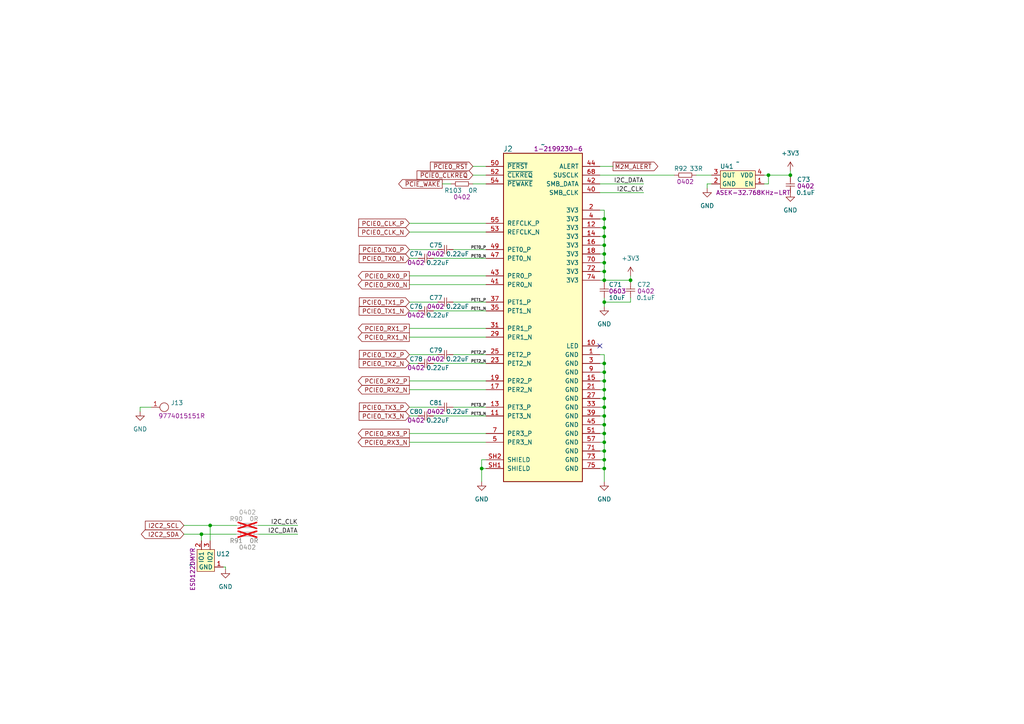
<source format=kicad_sch>
(kicad_sch (version 20230121) (generator eeschema)
  (paper "A4")
  (lib_symbols
    (symbol "antmicro_orin_baseboard:1-2199230-6" (pin_names (offset 1.016))
      (property "Reference" "J301" (at 0 72.39 0))
      (property "Value" "1-2199230-6" (at 0 68.58 0))
      (symbol "1-2199230-6_0_1"
        (rectangle (start -11.43 66.04) (end 11.43 -29.21) (stroke (width 0.254)) (fill (type background)))
        (pin passive line (at 16.51 7.62 180) (length 5.08) (name "GND") (number "1"))
        (pin passive line (at 16.51 10.16 180) (length 5.08) (name "LED") (number "10"))
        (pin passive line (at -16.51 -10.16 0) (length 5.08) (name "PET3_N") (number "11"))
        (pin passive line (at 16.51 44.45 180) (length 5.08) (name "3V3") (number "12"))
        (pin passive line (at -16.51 -7.62 0) (length 5.08) (name "PET3_P") (number "13"))
        (pin passive line (at 16.51 41.91 180) (length 5.08) (name "3V3") (number "14"))
        (pin passive line (at 16.51 0 180) (length 5.08) (name "GND") (number "15"))
        (pin passive line (at 16.51 39.37 180) (length 5.08) (name "3V3") (number "16"))
        (pin passive line (at -16.51 -2.54 0) (length 5.08) (name "PER2_N") (number "17"))
        (pin passive line (at 16.51 36.83 180) (length 5.08) (name "3V3") (number "18"))
        (pin passive line (at -16.51 0 0) (length 5.08) (name "PER2_P") (number "19"))
        (pin passive line (at 16.51 49.53 180) (length 5.08) (name "3V3") (number "2"))
        (pin no_connect line (at -11.43 50.8 0) (length 5.08) hide (name "NC") (number "20"))
        (pin passive line (at 16.51 -2.54 180) (length 5.08) (name "GND") (number "21"))
        (pin no_connect line (at -11.43 49.53 0) (length 5.08) hide (name "NC") (number "22"))
        (pin passive line (at -16.51 5.08 0) (length 5.08) (name "PET2_N") (number "23"))
        (pin no_connect line (at -11.43 52.07 0) (length 5.08) hide (name "NC") (number "24"))
        (pin passive line (at -16.51 7.62 0) (length 5.08) (name "PET2_P") (number "25"))
        (pin no_connect line (at 11.43 16.51 180) (length 5.08) hide (name "NC") (number "26"))
        (pin passive line (at 16.51 -5.08 180) (length 5.08) (name "GND") (number "27"))
        (pin no_connect line (at 11.43 17.78 180) (length 5.08) hide (name "NC") (number "28"))
        (pin passive line (at -16.51 12.7 0) (length 5.08) (name "PER1_N") (number "29"))
        (pin passive line (at 16.51 5.08 180) (length 5.08) (name "GND") (number "3"))
        (pin no_connect line (at 11.43 19.05 180) (length 5.08) hide (name "NC") (number "30"))
        (pin passive line (at -16.51 15.24 0) (length 5.08) (name "PER1_P") (number "31"))
        (pin no_connect line (at 11.43 20.32 180) (length 5.08) hide (name "NC") (number "32"))
        (pin passive line (at 16.51 -7.62 180) (length 5.08) (name "GND") (number "33"))
        (pin no_connect line (at 11.43 21.59 180) (length 5.08) hide (name "NC") (number "34"))
        (pin passive line (at -16.51 20.32 0) (length 5.08) (name "PET1_N") (number "35"))
        (pin no_connect line (at 11.43 22.86 180) (length 5.08) hide (name "NC") (number "36"))
        (pin passive line (at -16.51 22.86 0) (length 5.08) (name "PET1_P") (number "37"))
        (pin no_connect line (at 11.43 24.13 180) (length 5.08) hide (name "NC") (number "38"))
        (pin passive line (at 16.51 -10.16 180) (length 5.08) (name "GND") (number "39"))
        (pin passive line (at 16.51 46.99 180) (length 5.08) (name "3V3") (number "4"))
        (pin passive line (at 16.51 54.61 180) (length 5.08) (name "SMB_CLK") (number "40"))
        (pin passive line (at -16.51 27.94 0) (length 5.08) (name "PER0_N") (number "41"))
        (pin passive line (at 16.51 57.15 180) (length 5.08) (name "SMB_DATA") (number "42"))
        (pin passive line (at -16.51 30.48 0) (length 5.08) (name "PER0_P") (number "43"))
        (pin passive line (at 16.51 62.23 180) (length 5.08) (name "ALERT") (number "44"))
        (pin passive line (at 16.51 -12.7 180) (length 5.08) (name "GND") (number "45"))
        (pin no_connect line (at -11.43 40.64 0) (length 5.08) hide (name "NC") (number "46"))
        (pin passive line (at -16.51 35.56 0) (length 5.08) (name "PET0_N") (number "47"))
        (pin no_connect line (at -11.43 41.91 0) (length 5.08) hide (name "NC") (number "48"))
        (pin passive line (at -16.51 38.1 0) (length 5.08) (name "PET0_P") (number "49"))
        (pin passive line (at -16.51 -17.78 0) (length 5.08) (name "PER3_N") (number "5"))
        (pin passive line (at -16.51 62.23 0) (length 5.08) (name "~{PERST}") (number "50"))
        (pin passive line (at 16.51 -15.24 180) (length 5.08) (name "GND") (number "51"))
        (pin passive line (at -16.51 59.69 0) (length 5.08) (name "~{CLKREQ}") (number "52"))
        (pin passive line (at -16.51 43.18 0) (length 5.08) (name "REFCLK_N") (number "53"))
        (pin passive line (at -16.51 57.15 0) (length 5.08) (name "~{PEWAKE}") (number "54"))
        (pin passive line (at -16.51 45.72 0) (length 5.08) (name "REFCLK_P") (number "55"))
        (pin no_connect line (at -11.43 46.99 0) (length 5.08) hide (name "NC") (number "56"))
        (pin passive line (at 16.51 -17.78 180) (length 5.08) (name "GND") (number "57"))
        (pin no_connect line (at -11.43 48.26 0) (length 5.08) hide (name "NC") (number "58"))
        (pin no_connect line (at -11.43 33.02 0) (length 5.08) hide (name "NC") (number "6"))
        (pin no_connect line (at 11.43 25.4 180) (length 5.08) hide (name "NC") (number "67"))
        (pin passive line (at 16.51 59.69 180) (length 5.08) (name "SUSCLK") (number "68"))
        (pin no_connect line (at 11.43 26.67 180) (length 5.08) hide (name "NC") (number "69"))
        (pin passive line (at -16.51 -15.24 0) (length 5.08) (name "PER3_P") (number "7"))
        (pin passive line (at 16.51 34.29 180) (length 5.08) (name "3V3") (number "70"))
        (pin passive line (at 16.51 -20.32 180) (length 5.08) (name "GND") (number "71"))
        (pin passive line (at 16.51 31.75 180) (length 5.08) (name "3V3") (number "72"))
        (pin passive line (at 16.51 -22.86 180) (length 5.08) (name "GND") (number "73"))
        (pin passive line (at 16.51 29.21 180) (length 5.08) (name "3V3") (number "74"))
        (pin passive line (at 16.51 -25.4 180) (length 5.08) (name "GND") (number "75"))
        (pin no_connect line (at -11.43 34.29 0) (length 5.08) hide (name "NC") (number "8"))
        (pin passive line (at 16.51 2.54 180) (length 5.08) (name "GND") (number "9"))
        (pin passive line (at -16.51 -25.4 0) (length 5.08) (name "SHIELD") (number "SH1"))
        (pin passive line (at -16.51 -22.86 0) (length 5.08) (name "SHIELD") (number "SH2"))
      )
    )
    (symbol "power:+3V3" (power) (pin_names (offset 0))
      (property "Value" "+3V3" (at 0 3.556 0))
      (symbol "+3V3_0_1"
        (polyline (pts (xy -0.762 1.27) (xy 0 2.54)))
        (polyline (pts (xy 0 0) (xy 0 2.54)))
        (polyline (pts (xy 0 2.54) (xy 0.762 1.27)))
      )
      (symbol "+3V3_1_1"
        (pin power_in line (at 0 0 90) (length 0) hide (name "+3V3") (number "1"))
      )
    )
    (symbol "power:GND" (power) (pin_names (offset 0))
      (property "Value" "GND" (at 0 -3.81 0))
      (symbol "GND_0_1"
        (polyline (pts (xy 0 0) (xy 0 -1.27) (xy 1.27 -1.27) (xy 0 -2.54) (xy -1.27 -1.27) (xy 0 -1.27)))
      )
      (symbol "GND_1_1"
        (pin power_in line (at 0 0 270) (length 0) hide (name "GND") (number "1"))
      )
    )
    (symbol "the_backrooms:ASEK-32.768KHz-LRT"
      (property "Reference" "U" (at 0 0 0))
      (property "Value" "ASEK-32.768KHz-LRT" (at 0 0 0))
      (symbol "ASEK-32.768KHz-LRT_1_1"
        (rectangle (start 2.54 -1.27) (end 12.7 -6.35) (fill (type background)))
        (pin input line (at 0 -5.08 0) (length 2.54) (name "EN") (number "1"))
        (pin power_in line (at 15.24 -5.08 180) (length 2.54) (name "GND") (number "2"))
        (pin output line (at 15.24 -2.54 180) (length 2.54) (name "OUT") (number "3"))
        (pin power_in line (at 0 -2.54 0) (length 2.54) (name "VDD") (number "4"))
      )
    )
    (symbol "the_backrooms:ESD122"
      (property "Reference" "U" (at 0 0 0))
      (property "Value" "ESD122" (at 0 0 0))
      (symbol "ESD122_1_1"
        (rectangle (start 1.27 -5.08) (end 6.35 -11.43) (fill (type background)))
        (pin power_in line (at 8.89 -10.16 180) (length 2.54) (name "GND") (number "1"))
        (pin free line (at 2.54 -2.54 270) (length 2.54) (name "IO1") (number "2"))
        (pin free line (at 5.08 -2.54 270) (length 2.54) (name "IO2") (number "3"))
      )
    )
    (symbol "the_backrooms:cap_0402"
      (property "Reference" "C" (at -0.635 0 0))
      (property "Package/Case" "0402" (at -1.27 1.27 0))
      (symbol "cap_0402_0_1"
        (polyline (pts (xy 1.905 0) (xy 1.905 -1.27)))
        (polyline (pts (xy 2.54 1.27) (xy 2.54 -1.27)))
        (polyline (pts (xy 3.175 0) (xy 2.54 0)))
        (polyline (pts (xy 1.27 0) (xy 1.905 0) (xy 1.905 1.27)))
      )
      (symbol "cap_0402_1_1"
        (pin free line (at 0 0 0) (length 1.27) (name "") (number "1"))
        (pin free line (at 4.445 0 180) (length 1.27) (name "") (number "2"))
      )
    )
    (symbol "the_backrooms:cap_0603"
      (property "Reference" "C" (at 0 0 0))
      (property "Package/Case" "0603" (at 0 0 0))
      (symbol "cap_0603_0_1"
        (polyline (pts (xy 1.905 0) (xy 1.905 -1.27)))
        (polyline (pts (xy 2.54 1.27) (xy 2.54 -1.27)))
        (polyline (pts (xy 3.175 0) (xy 2.54 0)))
        (polyline (pts (xy 1.27 0) (xy 1.905 0) (xy 1.905 1.27)))
      )
      (symbol "cap_0603_1_1"
        (pin free line (at 0 0 0) (length 1.27) (name "") (number "1"))
        (pin free line (at 4.445 0 180) (length 1.27) (name "") (number "2"))
      )
    )
    (symbol "the_backrooms:m.2_mounting"
      (property "Reference" "J" (at 0 0 0))
      (property "Value" "m.2_mounting" (at 0 0 0))
      (symbol "m.2_mounting_0_1"
        (circle (center 1.27 0) (radius 1.27))
      )
      (symbol "m.2_mounting_1_1"
        (pin input line (at -2.54 0 0) (length 2.54) (name "GND") (number "1"))
      )
    )
    (symbol "the_backrooms:res_0402"
      (property "Reference" "R" (at 3.175 -1.905 0))
      (property "Package/Case" "0402" (at -3.175 1.905 0))
      (symbol "res_0402_0_1"
        (rectangle (start 1.27 0.635) (end 5.08 -0.635))
      )
      (symbol "res_0402_1_1"
        (pin free line (at 0 0 0) (length 1.27) (name "") (number "1"))
        (pin free line (at 6.35 0 180) (length 1.27) (name "") (number "2"))
      )
    )
  )
  (junction (at 175.26 73.66))
  (junction (at 175.26 115.57))
  (junction (at 175.26 71.12))
  (junction (at 175.26 76.2))
  (junction (at 182.88 81.28))
  (junction (at 175.26 130.81))
  (junction (at 175.26 68.58))
  (junction (at 175.26 125.73))
  (junction (at 175.26 133.35))
  (junction (at 175.26 107.95))
  (junction (at 175.26 105.41))
  (junction (at 222.885 50.8))
  (junction (at 175.26 118.11))
  (junction (at 175.26 78.74))
  (junction (at 175.26 81.28))
  (junction (at 175.26 128.27))
  (junction (at 175.26 135.89))
  (junction (at 229.235 50.8))
  (junction (at 175.26 63.5))
  (junction (at 175.26 123.19))
  (junction (at 60.96 152.4))
  (junction (at 175.26 110.49))
  (junction (at 139.7 135.89))
  (junction (at 175.26 120.65))
  (junction (at 58.42 154.94))
  (junction (at 175.26 87.63))
  (junction (at 175.26 113.03))
  (junction (at 175.26 66.04))
  (no_connect (at 173.99 100.33))
  (wire (pts (xy 175.26 105.41) (xy 175.26 107.95)))
  (wire (pts (xy 125.73 105.41) (xy 140.97 105.41)))
  (wire (pts (xy 173.99 48.26) (xy 177.8 48.26)))
  (wire (pts (xy 175.26 81.28) (xy 182.88 81.28)))
  (wire (pts (xy 175.26 118.11) (xy 173.99 118.11)))
  (wire (pts (xy 175.26 120.65) (xy 173.99 120.65)))
  (wire (pts (xy 175.26 110.49) (xy 175.26 113.03)))
  (wire (pts (xy 118.745 67.31) (xy 140.97 67.31)))
  (wire (pts (xy 175.26 87.63) (xy 182.88 87.63)))
  (wire (pts (xy 175.26 115.57) (xy 175.26 118.11)))
  (wire (pts (xy 175.26 86.36) (xy 175.26 87.63)))
  (wire (pts (xy 175.26 115.57) (xy 173.99 115.57)))
  (wire (pts (xy 221.615 50.8) (xy 222.885 50.8)))
  (wire (pts (xy 128.27 53.34) (xy 130.81 53.34)))
  (wire (pts (xy 125.73 74.93) (xy 140.97 74.93)))
  (wire (pts (xy 74.93 152.4) (xy 86.36 152.4)))
  (wire (pts (xy 175.26 128.27) (xy 175.26 130.81)))
  (wire (pts (xy 175.26 128.27) (xy 173.99 128.27)))
  (wire (pts (xy 118.745 125.73) (xy 140.97 125.73)))
  (wire (pts (xy 175.26 78.74) (xy 175.26 81.28)))
  (wire (pts (xy 201.93 50.8) (xy 206.375 50.8)))
  (wire (pts (xy 175.26 110.49) (xy 173.99 110.49)))
  (wire (pts (xy 229.235 50.8) (xy 229.235 51.435)))
  (wire (pts (xy 206.375 53.34) (xy 205.105 53.34)))
  (wire (pts (xy 175.26 78.74) (xy 173.99 78.74)))
  (wire (pts (xy 40.64 118.11) (xy 40.64 119.38)))
  (wire (pts (xy 175.26 135.89) (xy 175.26 139.7)))
  (wire (pts (xy 118.745 105.41) (xy 121.285 105.41)))
  (wire (pts (xy 221.615 53.34) (xy 222.885 53.34)))
  (wire (pts (xy 175.26 130.81) (xy 175.26 133.35)))
  (wire (pts (xy 65.405 165.1) (xy 65.405 164.465)))
  (wire (pts (xy 205.105 53.34) (xy 205.105 54.61)))
  (wire (pts (xy 175.26 113.03) (xy 175.26 115.57)))
  (wire (pts (xy 118.745 120.65) (xy 121.285 120.65)))
  (wire (pts (xy 222.885 53.34) (xy 222.885 50.8)))
  (wire (pts (xy 175.26 76.2) (xy 175.26 78.74)))
  (wire (pts (xy 175.26 130.81) (xy 173.99 130.81)))
  (wire (pts (xy 139.7 133.35) (xy 139.7 135.89)))
  (wire (pts (xy 118.745 72.39) (xy 127 72.39)))
  (wire (pts (xy 175.26 105.41) (xy 173.99 105.41)))
  (wire (pts (xy 58.42 154.94) (xy 68.58 154.94)))
  (wire (pts (xy 175.26 87.63) (xy 175.26 88.9)))
  (wire (pts (xy 118.745 90.17) (xy 121.285 90.17)))
  (wire (pts (xy 60.96 152.4) (xy 60.96 156.845)))
  (wire (pts (xy 58.42 154.94) (xy 58.42 156.845)))
  (wire (pts (xy 118.745 118.11) (xy 127 118.11)))
  (wire (pts (xy 175.26 73.66) (xy 175.26 76.2)))
  (wire (pts (xy 53.34 154.94) (xy 58.42 154.94)))
  (wire (pts (xy 175.26 125.73) (xy 175.26 128.27)))
  (wire (pts (xy 173.99 113.03) (xy 175.26 113.03)))
  (wire (pts (xy 65.405 164.465) (xy 64.77 164.465)))
  (wire (pts (xy 175.26 63.5) (xy 173.99 63.5)))
  (wire (pts (xy 182.88 87.63) (xy 182.88 86.36)))
  (wire (pts (xy 175.26 123.19) (xy 173.99 123.19)))
  (wire (pts (xy 175.26 71.12) (xy 173.99 71.12)))
  (wire (pts (xy 74.93 154.94) (xy 86.36 154.94)))
  (wire (pts (xy 118.745 95.25) (xy 140.97 95.25)))
  (wire (pts (xy 175.26 81.28) (xy 173.99 81.28)))
  (wire (pts (xy 173.99 55.88) (xy 186.69 55.88)))
  (wire (pts (xy 139.7 135.89) (xy 140.97 135.89)))
  (wire (pts (xy 175.26 68.58) (xy 173.99 68.58)))
  (wire (pts (xy 118.745 80.01) (xy 140.97 80.01)))
  (wire (pts (xy 182.88 81.28) (xy 182.88 81.915)))
  (wire (pts (xy 137.16 53.34) (xy 140.97 53.34)))
  (wire (pts (xy 118.745 97.79) (xy 140.97 97.79)))
  (wire (pts (xy 118.745 74.93) (xy 121.285 74.93)))
  (wire (pts (xy 175.26 120.65) (xy 175.26 123.19)))
  (wire (pts (xy 173.99 50.8) (xy 195.58 50.8)))
  (wire (pts (xy 182.88 80.01) (xy 182.88 81.28)))
  (wire (pts (xy 175.26 81.915) (xy 175.26 81.28)))
  (wire (pts (xy 40.64 118.11) (xy 43.815 118.11)))
  (wire (pts (xy 118.745 128.27) (xy 140.97 128.27)))
  (wire (pts (xy 175.26 118.11) (xy 175.26 120.65)))
  (wire (pts (xy 175.26 66.04) (xy 175.26 68.58)))
  (wire (pts (xy 173.99 60.96) (xy 175.26 60.96)))
  (wire (pts (xy 175.26 102.87) (xy 175.26 105.41)))
  (wire (pts (xy 118.745 82.55) (xy 140.97 82.55)))
  (wire (pts (xy 118.745 102.87) (xy 127 102.87)))
  (wire (pts (xy 118.745 64.77) (xy 140.97 64.77)))
  (wire (pts (xy 125.73 120.65) (xy 140.97 120.65)))
  (wire (pts (xy 175.26 63.5) (xy 175.26 66.04)))
  (wire (pts (xy 137.16 50.8) (xy 140.97 50.8)))
  (wire (pts (xy 175.26 107.95) (xy 173.99 107.95)))
  (wire (pts (xy 229.235 50.8) (xy 229.235 49.53)))
  (wire (pts (xy 125.73 90.17) (xy 140.97 90.17)))
  (wire (pts (xy 222.885 50.8) (xy 229.235 50.8)))
  (wire (pts (xy 140.97 133.35) (xy 139.7 133.35)))
  (wire (pts (xy 173.99 102.87) (xy 175.26 102.87)))
  (wire (pts (xy 175.26 68.58) (xy 175.26 71.12)))
  (wire (pts (xy 131.445 102.87) (xy 140.97 102.87)))
  (wire (pts (xy 131.445 72.39) (xy 140.97 72.39)))
  (wire (pts (xy 175.26 73.66) (xy 173.99 73.66)))
  (wire (pts (xy 175.26 123.19) (xy 175.26 125.73)))
  (wire (pts (xy 118.745 113.03) (xy 140.97 113.03)))
  (wire (pts (xy 175.26 66.04) (xy 173.99 66.04)))
  (wire (pts (xy 175.26 135.89) (xy 173.99 135.89)))
  (wire (pts (xy 175.26 107.95) (xy 175.26 110.49)))
  (wire (pts (xy 175.26 76.2) (xy 173.99 76.2)))
  (wire (pts (xy 173.99 53.34) (xy 186.69 53.34)))
  (wire (pts (xy 139.7 135.89) (xy 139.7 139.7)))
  (wire (pts (xy 173.99 125.73) (xy 175.26 125.73)))
  (wire (pts (xy 53.34 152.4) (xy 60.96 152.4)))
  (wire (pts (xy 175.26 60.96) (xy 175.26 63.5)))
  (wire (pts (xy 118.745 110.49) (xy 140.97 110.49)))
  (wire (pts (xy 137.16 48.26) (xy 140.97 48.26)))
  (wire (pts (xy 175.26 133.35) (xy 175.26 135.89)))
  (wire (pts (xy 60.96 152.4) (xy 68.58 152.4)))
  (wire (pts (xy 175.26 71.12) (xy 175.26 73.66)))
  (wire (pts (xy 131.445 87.63) (xy 140.97 87.63)))
  (wire (pts (xy 175.26 133.35) (xy 173.99 133.35)))
  (wire (pts (xy 118.745 87.63) (xy 127 87.63)))
  (wire (pts (xy 131.445 118.11) (xy 140.97 118.11)))
  (label "PET3_N" (at 136.525 120.65 0) (effects (font (size 0.8 0.8))))
  (label "PET1_N" (at 136.525 90.17 0) (effects (font (size 0.8 0.8))))
  (label "PET0_N" (at 136.525 74.93 0) (effects (font (size 0.8 0.8))))
  (label "I2C_DATA" (at 86.36 154.94 180))
  (label "I2C_CLK" (at 186.69 55.88 180))
  (label "PET0_P" (at 136.525 72.39 0) (effects (font (size 0.8 0.8))))
  (label "I2C_DATA" (at 186.69 53.34 180))
  (label "PET3_P" (at 136.525 118.11 0) (effects (font (size 0.8 0.8))))
  (label "PET2_P" (at 136.525 102.87 0) (effects (font (size 0.8 0.8))))
  (label "I2C_CLK" (at 86.36 152.4 180))
  (label "PET2_N" (at 136.525 105.41 0) (effects (font (size 0.8 0.8))))
  (label "PET1_P" (at 136.525 87.63 0) (effects (font (size 0.8 0.8))))
  (global_label "PCIE0_TX3_N" (shape input) (at 118.745 120.65 180) (property "Intersheetrefs" "${INTERSHEET_REFS}" (at 103.6042 120.65 0) (effects (justify right))))
  (global_label "I2C2_SCL" (shape input) (at 53.34 152.4 180) (property "Intersheetrefs" "${INTERSHEET_REFS}" (at 41.5858 152.4 0) (effects (justify right))))
  (global_label "PCIE0_TX0_P" (shape input) (at 118.745 72.39 180) (property "Intersheetrefs" "${INTERSHEET_REFS}" (at 103.6647 72.39 0) (effects (justify right))))
  (global_label "PCIE0_RX3_P" (shape output) (at 118.745 125.73 180) (property "Intersheetrefs" "${INTERSHEET_REFS}" (at 103.3623 125.73 0) (effects (justify right))))
  (global_label "PCIE0_RX3_N" (shape output) (at 118.745 128.27 180) (property "Intersheetrefs" "${INTERSHEET_REFS}" (at 103.3018 128.27 0) (effects (justify right))))
  (global_label "PCIE0_TX1_P" (shape input) (at 118.745 87.63 180) (property "Intersheetrefs" "${INTERSHEET_REFS}" (at 103.6647 87.63 0) (effects (justify right))))
  (global_label "I2C2_SDA" (shape bidirectional) (at 53.34 154.94 180) (property "Intersheetrefs" "${INTERSHEET_REFS}" (at 40.414 154.94 0) (effects (justify right))))
  (global_label "PCIE0_TX1_N" (shape input) (at 118.745 90.17 180) (property "Intersheetrefs" "${INTERSHEET_REFS}" (at 103.6042 90.17 0) (effects (justify right))))
  (global_label "~{PCIE0_CLKREQ}" (shape input) (at 137.16 50.8 180) (property "Intersheetrefs" "${INTERSHEET_REFS}" (at 120.3863 50.8 0) (effects (justify right))))
  (global_label "PCIE0_TX2_N" (shape input) (at 118.745 105.41 180) (property "Intersheetrefs" "${INTERSHEET_REFS}" (at 103.6042 105.41 0) (effects (justify right))))
  (global_label "~{M2M_ALERT}" (shape output) (at 177.8 48.26 0) (property "Intersheetrefs" "${INTERSHEET_REFS}" (at 191.3684 48.26 0) (effects (justify left))))
  (global_label "PCIE0_TX3_P" (shape input) (at 118.745 118.11 180) (property "Intersheetrefs" "${INTERSHEET_REFS}" (at 103.6647 118.11 0) (effects (justify right))))
  (global_label "PCIE0_RX1_P" (shape output) (at 118.745 95.25 180) (property "Intersheetrefs" "${INTERSHEET_REFS}" (at 103.3623 95.25 0) (effects (justify right))))
  (global_label "PCIE0_TX0_N" (shape input) (at 118.745 74.93 180) (property "Intersheetrefs" "${INTERSHEET_REFS}" (at 103.6042 74.93 0) (effects (justify right))))
  (global_label "PCIE0_RX1_N" (shape output) (at 118.745 97.79 180) (property "Intersheetrefs" "${INTERSHEET_REFS}" (at 103.3018 97.79 0) (effects (justify right))))
  (global_label "PCIE0_CLK_N" (shape input) (at 118.745 67.31 180) (property "Intersheetrefs" "${INTERSHEET_REFS}" (at 103.4227 67.31 0) (effects (justify right))))
  (global_label "~{PCIE0_RST}" (shape input) (at 137.16 48.26 180) (property "Intersheetrefs" "${INTERSHEET_REFS}" (at 124.2568 48.26 0) (effects (justify right))))
  (global_label "PCIE0_RX0_P" (shape output) (at 118.745 80.01 180) (property "Intersheetrefs" "${INTERSHEET_REFS}" (at 103.3623 80.01 0) (effects (justify right))))
  (global_label "PCIE0_TX2_P" (shape input) (at 118.745 102.87 180) (property "Intersheetrefs" "${INTERSHEET_REFS}" (at 103.6647 102.87 0) (effects (justify right))))
  (global_label "PCIE0_CLK_P" (shape input) (at 118.745 64.77 180) (property "Intersheetrefs" "${INTERSHEET_REFS}" (at 103.4832 64.77 0) (effects (justify right))))
  (global_label "PCIE0_RX0_N" (shape output) (at 118.745 82.55 180) (property "Intersheetrefs" "${INTERSHEET_REFS}" (at 103.3018 82.55 0) (effects (justify right))))
  (global_label "~{PCIE_WAKE}" (shape output) (at 128.27 53.34 180) (property "Intersheetrefs" "${INTERSHEET_REFS}" (at 115.0644 53.34 0) (effects (justify right))))
  (global_label "PCIE0_RX2_P" (shape output) (at 118.745 110.49 180) (property "Intersheetrefs" "${INTERSHEET_REFS}" (at 103.3623 110.49 0) (effects (justify right))))
  (global_label "PCIE0_RX2_N" (shape output) (at 118.745 113.03 180) (property "Intersheetrefs" "${INTERSHEET_REFS}" (at 103.3018 113.03 0) (effects (justify right))))
  (symbol (lib_id "the_backrooms:cap_0402") (at 182.88 86.36 90) (unit 1)
    (property "Reference" "C72" (at 184.785 82.55 90) (effects (justify right)))
    (property "Value" "0.1uF" (at 187.325 86.36 90))
    (property "Footprint" "the_backrooms:0402_cap" (effects hide))
    (property "Package/Case" "0402" (at 184.785 84.455 90) (effects (justify right)))
    (property "Mfr. No." "04025C104KAT4A" (effects hide))
    (property "Description" "0.1uF 0402 50V" (effects hide))
  )
  (symbol (lib_id "the_backrooms:res_0402") (at 68.58 152.4 0) (mirror x) (unit 1) (dnp yes)
    (property "Reference" "R90" (at 70.485 150.495 0) (effects (justify right)))
    (property "Value" "0R" (at 73.66 150.495 0))
    (property "Footprint" "the_backrooms:0402_res" (effects hide))
    (property "Package/Case" "0402" (at 74.295 148.59 0) (effects (justify right)))
    (property "Mfr. No." "CR0402-J/-000GLF" (effects hide))
    (property "Description" "0R 0402" (effects hide))
  )
  (symbol (lib_id "the_backrooms:cap_0402") (at 131.445 72.39 180) (unit 1)
    (property "Reference" "C75" (at 124.46 71.12 0) (effects (justify right)))
    (property "Value" "0.22uF" (at 132.715 73.66 0))
    (property "Footprint" "the_backrooms:0402_cap" (effects hide))
    (property "Package/Case" "0402" (at 123.825 73.66 0) (effects (justify right)))
    (property "Mfr. No." "0402ZD224KAT2A" (effects hide))
    (property "Description" "0.22uF 0402 10V" (effects hide))
  )
  (symbol (lib_id "power:GND") (at 139.7 139.7 0) (unit 1)
    (property "Reference" "#PWR0146" (effects hide))
    (property "Value" "GND" (at 139.7 144.78 0))
  )
  (symbol (lib_id "power:+3V3") (at 229.235 49.53 0) (unit 1)
    (property "Reference" "#PWR0152" (effects hide))
    (property "Value" "+3V3" (at 229.235 44.45 0))
  )
  (symbol (lib_id "the_backrooms:cap_0603") (at 175.26 86.36 90) (unit 1)
    (property "Reference" "C71" (at 176.53 82.55 90) (effects (justify right)))
    (property "Value" "10uF" (at 176.53 86.36 90) (effects (justify right)))
    (property "Footprint" "the_backrooms:0603_cap" (effects hide))
    (property "Package/Case" "0603" (at 176.53 84.455 90) (effects (justify right)))
    (property "Mfr. No." "0603ZW106MAT2A" (effects hide))
    (property "Description" "10uF 0603 10V" (effects hide))
  )
  (symbol (lib_id "power:GND") (at 175.26 88.9 0) (unit 1)
    (property "Reference" "#PWR0147" (effects hide))
    (property "Value" "GND" (at 175.26 93.98 0))
  )
  (symbol (lib_id "the_backrooms:cap_0402") (at 229.235 55.88 90) (unit 1)
    (property "Reference" "C73" (at 231.14 52.07 90) (effects (justify right)))
    (property "Value" "0.1uF" (at 233.68 55.88 90))
    (property "Footprint" "the_backrooms:0402_cap" (effects hide))
    (property "Package/Case" "0402" (at 231.14 53.975 90) (effects (justify right)))
    (property "Mfr. No." "04025C104KAT4A" (effects hide))
    (property "Description" "0.1uF 0402 50V" (effects hide))
  )
  (symbol (lib_id "the_backrooms:cap_0402") (at 131.445 102.87 180) (unit 1)
    (property "Reference" "C79" (at 124.46 101.6 0) (effects (justify right)))
    (property "Value" "0.22uF" (at 132.715 104.14 0))
    (property "Footprint" "the_backrooms:0402_cap" (effects hide))
    (property "Package/Case" "0402" (at 123.825 104.14 0) (effects (justify right)))
    (property "Mfr. No." "0402ZD224KAT2A" (effects hide))
    (property "Description" "0.22uF 0402 10V" (effects hide))
  )
  (symbol (lib_id "the_backrooms:cap_0402") (at 131.445 118.11 180) (unit 1)
    (property "Reference" "C81" (at 124.46 116.84 0) (effects (justify right)))
    (property "Value" "0.22uF" (at 132.715 119.38 0))
    (property "Footprint" "the_backrooms:0402_cap" (effects hide))
    (property "Package/Case" "0402" (at 123.825 119.38 0) (effects (justify right)))
    (property "Mfr. No." "0402ZD224KAT2A" (effects hide))
    (property "Description" "0.22uF 0402 10V" (effects hide))
  )
  (symbol (lib_id "the_backrooms:m.2_mounting") (at 46.355 118.11 0) (unit 1)
    (property "Reference" "J13" (at 49.53 116.84 0) (effects (justify left)))
    (property "Footprint" "the_backrooms:m.2_mounting" (effects hide))
    (property "Datasheet" "https://katalog.we-online.com/em/datasheet/9774015151R.pdf" (effects hide))
    (property "Mfr. No." "9774015151R" (at 52.705 120.65 0))
    (property "Description" "Standoffs & Spacers WA-SMSI SMT Steel M2.5 Intrnl NonStop" (effects hide))
  )
  (symbol (lib_id "the_backrooms:cap_0402") (at 131.445 87.63 180) (unit 1)
    (property "Reference" "C77" (at 124.46 86.36 0) (effects (justify right)))
    (property "Value" "0.22uF" (at 132.715 88.9 0))
    (property "Footprint" "the_backrooms:0402_cap" (effects hide))
    (property "Package/Case" "0402" (at 123.825 88.9 0) (effects (justify right)))
    (property "Mfr. No." "0402ZD224KAT2A" (effects hide))
    (property "Description" "0.22uF 0402 10V" (effects hide))
  )
  (symbol (lib_id "the_backrooms:ASEK-32.768KHz-LRT") (at 221.615 48.26 0) (mirror y) (unit 1)
    (property "Reference" "U41" (at 210.82 48.26 0))
    (property "Value" "~" (at 213.995 46.99 0))
    (property "Footprint" "the_backrooms:ASEK-32.768KHz-LRT" (effects hide))
    (property "Datasheet" "https://www.mouser.de/datasheet/2/3/ASEK-42216.pdf" (effects hide))
    (property "Mfr. No." "ASEK-32.768KHz-LRT" (at 218.44 55.88 0))
    (property "Package/Case" "3.2 mm x 2.5 mm" (effects hide))
    (property "Description" "Standard Clock Oscillators 32.768 KHZ 25PPM -40+85C" (effects hide))
  )
  (symbol (lib_id "the_backrooms:cap_0402") (at 125.73 120.65 180) (unit 1)
    (property "Reference" "C80" (at 118.745 119.38 0) (effects (justify right)))
    (property "Value" "0.22uF" (at 127 121.92 0))
    (property "Footprint" "the_backrooms:0402_cap" (effects hide))
    (property "Package/Case" "0402" (at 118.11 121.92 0) (effects (justify right)))
    (property "Mfr. No." "0402ZD224KAT2A" (effects hide))
    (property "Description" "0.22uF 0402 10V" (effects hide))
  )
  (symbol (lib_id "power:GND") (at 205.105 54.61 0) (unit 1)
    (property "Reference" "#PWR0150" (effects hide))
    (property "Value" "GND" (at 205.105 59.69 0))
  )
  (symbol (lib_id "antmicro_orin_baseboard:1-2199230-6") (at 157.48 110.49 0) (unit 1)
    (property "Reference" "J2" (at 147.32 43.18 0) (effects (font (size 1.524 1.524))))
    (property "Value" "~" (at 157.48 41.91 0) (effects (font (size 1.524 1.524))))
    (property "Footprint" "the_backrooms:1-2199230-6" (effects hide))
    (property "Datasheet" "https://www.mouser.de/datasheet/2/418/7/ENG_CD_2199230_B3-2029554.pdf" (effects hide))
    (property "Manufacturer" "TE" (effects hide))
    (property "MPN" "1-2199230-6" (effects hide))
    (property "Mfr. No." "1-2199230-6" (at 161.925 43.18 0))
    (property "Description" "PCI Express/PCI Connectors M.2 0.5PITCH 4.2H KEY M 30U AU" (effects hide))
  )
  (symbol (lib_id "power:GND") (at 65.405 165.1 0) (unit 1)
    (property "Reference" "#PWR0149" (effects hide))
    (property "Value" "GND" (at 65.405 170.18 0))
  )
  (symbol (lib_id "power:GND") (at 40.64 119.38 0) (unit 1)
    (property "Reference" "#PWR0144" (effects hide))
    (property "Value" "GND" (at 40.64 124.46 0))
  )
  (symbol (lib_id "power:+3V3") (at 182.88 80.01 0) (unit 1)
    (property "Reference" "#PWR0148" (effects hide))
    (property "Value" "+3V3" (at 182.88 74.93 0))
  )
  (symbol (lib_id "power:GND") (at 229.235 55.88 0) (unit 1)
    (property "Reference" "#PWR0151" (effects hide))
    (property "Value" "GND" (at 229.235 60.96 0))
  )
  (symbol (lib_id "the_backrooms:res_0402") (at 195.58 50.8 0) (unit 1)
    (property "Reference" "R92" (at 199.39 48.895 0) (effects (justify right)))
    (property "Value" "33R" (at 201.93 48.895 0))
    (property "Footprint" "the_backrooms:0402_res" (effects hide))
    (property "Package/Case" "0402" (at 201.295 52.705 0) (effects (justify right)))
    (property "Mfr. No." "RC0402FR-0733RL" (effects hide))
    (property "Description" "33R 0402 62.5mW 1%" (effects hide))
  )
  (symbol (lib_id "the_backrooms:cap_0402") (at 125.73 105.41 180) (unit 1)
    (property "Reference" "C78" (at 118.745 104.14 0) (effects (justify right)))
    (property "Value" "0.22uF" (at 127 106.68 0))
    (property "Footprint" "the_backrooms:0402_cap" (effects hide))
    (property "Package/Case" "0402" (at 118.11 106.68 0) (effects (justify right)))
    (property "Mfr. No." "0402ZD224KAT2A" (effects hide))
    (property "Description" "0.22uF 0402 10V" (effects hide))
  )
  (symbol (lib_id "the_backrooms:cap_0402") (at 125.73 74.93 180) (unit 1)
    (property "Reference" "C74" (at 118.745 73.66 0) (effects (justify right)))
    (property "Value" "0.22uF" (at 127 76.2 0))
    (property "Footprint" "the_backrooms:0402_cap" (effects hide))
    (property "Package/Case" "0402" (at 118.11 76.2 0) (effects (justify right)))
    (property "Mfr. No." "0402ZD224KAT2A" (effects hide))
    (property "Description" "0.22uF 0402 10V" (effects hide))
  )
  (symbol (lib_id "the_backrooms:res_0402") (at 130.81 53.34 0) (unit 1)
    (property "Reference" "R103" (at 133.985 55.245 0) (effects (justify right)))
    (property "Value" "0R" (at 137.16 55.245 0))
    (property "Footprint" "the_backrooms:0402_res" (effects hide))
    (property "Package/Case" "0402" (at 136.525 57.15 0) (effects (justify right)))
    (property "Mfr. No." "CR0402-J/-000GLF" (effects hide))
    (property "Description" "0R 0402" (effects hide))
  )
  (symbol (lib_id "power:GND") (at 175.26 139.7 0) (unit 1)
    (property "Reference" "#PWR0145" (effects hide))
    (property "Value" "GND" (at 175.26 144.78 0))
  )
  (symbol (lib_id "the_backrooms:ESD122") (at 55.88 154.305 0) (unit 1)
    (property "Reference" "U12" (at 66.675 160.655 0) (effects (justify right)))
    (property "Value" "~" (at 55.88 163.83 0) (effects (justify right)))
    (property "Footprint" "the_backrooms:ESD122DMY" (effects hide))
    (property "Datasheet" "https://www.ti.com/lit/ds/symlink/esd122.pdf?HQS=dis-mous-null-mousermode-dsf-pf-null-wwe&ts=1689925057566&ref_url=https%253A%252F%252Fwww.mouser.co.uk%252F" (effects hide))
    (property "Mfr. No." "ESD122DMYR" (at 55.88 165.1 90))
    (property "Package/Case" "X2SON-3" (effects hide))
    (property "Description" "ESD Suppressors / TVS Diodes Dual 0.2-pF, +/-3.6-V, +/-18-kV ESD protection diode for USB Type-C and HDMI 2.0 3-X2SON -40 to 125" (effects hide))
  )
  (symbol (lib_id "the_backrooms:cap_0402") (at 125.73 90.17 180) (unit 1)
    (property "Reference" "C76" (at 118.745 88.9 0) (effects (justify right)))
    (property "Value" "0.22uF" (at 127 91.44 0))
    (property "Footprint" "the_backrooms:0402_cap" (effects hide))
    (property "Package/Case" "0402" (at 118.11 91.44 0) (effects (justify right)))
    (property "Mfr. No." "0402ZD224KAT2A" (effects hide))
    (property "Description" "0.22uF 0402 10V" (effects hide))
  )
  (symbol (lib_id "the_backrooms:res_0402") (at 68.58 154.94 0) (unit 1) (dnp yes)
    (property "Reference" "R91" (at 70.485 156.845 0) (effects (justify right)))
    (property "Value" "0R" (at 73.66 156.845 0))
    (property "Footprint" "the_backrooms:0402_res" (effects hide))
    (property "Package/Case" "0402" (at 74.295 158.75 0) (effects (justify right)))
    (property "Mfr. No." "CR0402-J/-000GLF" (effects hide))
    (property "Description" "0R 0402" (effects hide))
  )
)
</source>
